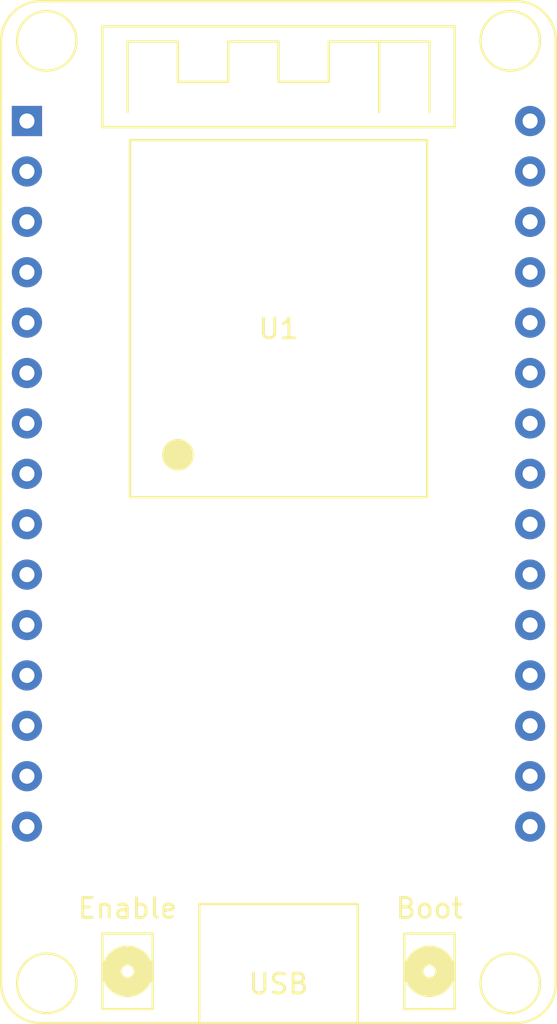
<source format=kicad_pcb>
(kicad_pcb (version 20211014) (generator pcbnew)
  (layers (0 "F.Cu" signal) (31 "B.Cu" signal) (34 "B.Paste" user) (35 "F.Paste" user) (36 "B.SilkS" user "B.Silkscreen") (37 "F.SilkS" user "F.Silkscreen") (38 "B.Mask" user) (39 "F.Mask" user) (44 "Edge.Cuts" user))
  (net 0 "")
  (footprint "ESP32_DevKit_V1_DOIT:esp32_devkit_v1_doit" (layer "F.Cu") (at 119.38 68.58)
    (fp_text reference "U1" (at 0 10.47) (layer "F.SilkS"))
    (fp_text value "ESP32_DevKit_V1_DOIT")
    (fp_text user "Enable" (at -7.62 39.68) (layer "F.SilkS"))
    (fp_text user "Boot" (at 7.62 39.68) (layer "F.SilkS"))
    (fp_text user "USB" (at 0 43.49) (layer "F.SilkS"))
    (fp_line (start 8.89 0.31) (end -8.89 0.31) (layer "F.SilkS") (width 0.12))
    (fp_line (start 6.35 44.76) (end 6.35 40.95) (layer "F.SilkS") (width 0.12))
    (fp_line (start -6.35 40.95) (end -6.35 44.76) (layer "F.SilkS") (width 0.12))
    (fp_line (start -12 45.46) (end 12 45.46) (layer "F.SilkS") (width 0.12))
    (fp_line (start -2.54 -4.008) (end 0 -4.008) (layer "F.SilkS") (width 0.12))
    (fp_line (start 14 43.46) (end 14 -4.04) (layer "F.SilkS") (width 0.12))
    (fp_line (start -7.62 -4.008) (end -5.08 -4.008) (layer "F.SilkS") (width 0.12))
    (fp_line (start -8.89 -4.77) (end 8.89 -4.77) (layer "F.SilkS") (width 0.12))
    (fp_line (start 2.54 -4.008) (end 7.62 -4.008) (layer "F.SilkS") (width 0.12))
    (fp_line (start -7.5 0.96) (end 7.5 0.96) (layer "F.SilkS") (width 0.12))
    (fp_line (start 2.54 -1.976) (end 2.54 -4.008) (layer "F.SilkS") (width 0.12))
    (fp_line (start 0 -1.976) (end 2.54 -1.976) (layer "F.SilkS") (width 0.12))
    (fp_line (start -14 -4.04) (end -14 43.46) (layer "F.SilkS") (width 0.12))
    (fp_line (start 8.89 40.95) (end 8.89 44.76) (layer "F.SilkS") (width 0.12))
    (fp_line (start -8.89 44.76) (end -8.89 40.95) (layer "F.SilkS") (width 0.12))
    (fp_line (start -5.08 -4.008) (end -5.08 -1.976) (layer "F.SilkS") (width 0.12))
    (fp_line (start 7.5 0.96) (end 7.5 18.96) (layer "F.SilkS") (width 0.12))
    (fp_line (start -4 39.46) (end -4 45.46) (layer "F.SilkS") (width 0.12))
    (fp_line (start 5.08 -4.008) (end 5.08 -0.452) (layer "F.SilkS") (width 0.12))
    (fp_line (start -4 39.46) (end 4 39.46) (layer "F.SilkS") (width 0.12))
    (fp_line (start 8.89 44.76) (end 6.35 44.76) (layer "F.SilkS") (width 0.12))
    (fp_line (start -2.54 -1.976) (end -2.54 -4.008) (layer "F.SilkS") (width 0.12))
    (fp_line (start 6.35 40.95) (end 8.89 40.95) (layer "F.SilkS") (width 0.12))
    (fp_line (start 7.62 -4.008) (end 7.62 -0.452) (layer "F.SilkS") (width 0.12))
    (fp_line (start -8.89 40.95) (end -6.35 40.95) (layer "F.SilkS") (width 0.12))
    (fp_line (start 8.89 -4.77) (end 8.89 0.31) (layer "F.SilkS") (width 0.12))
    (fp_line (start 4 39.46) (end 4 45.46) (layer "F.SilkS") (width 0.12))
    (fp_line (start -5.08 -1.976) (end -2.54 -1.976) (layer "F.SilkS") (width 0.12))
    (fp_line (start 7.5 18.96) (end -7.5 18.96) (layer "F.SilkS") (width 0.12))
    (fp_line (start -8.89 0.31) (end -8.89 -4.77) (layer "F.SilkS") (width 0.12))
    (fp_line (start -7.5 18.96) (end -7.5 0.96) (layer "F.SilkS") (width 0.12))
    (fp_line (start 0 -4.008) (end 0 -1.976) (layer "F.SilkS") (width 0.12))
    (fp_line (start -12 -6.04) (end 12 -6.04) (layer "F.SilkS") (width 0.12))
    (fp_line (start -7.62 -0.452) (end -7.62 -4.008) (layer "F.SilkS") (width 0.12))
    (fp_line (start -6.35 44.76) (end -8.89 44.76) (layer "F.SilkS") (width 0.12))
    (fp_arc (start 14 43.46) (mid 13.414214 44.874214) (end 12 45.46) (layer "F.SilkS") (width 0.12))
    (fp_arc (start 12 -6.04) (mid 13.414214 -5.454214) (end 14 -4.04) (layer "F.SilkS") (width 0.12))
    (fp_arc (start -12 45.46) (mid -13.414214 44.874214) (end -14 43.46) (layer "F.SilkS") (width 0.12))
    (fp_arc (start -14 -4.04) (mid -13.414214 -5.454214) (end -12 -6.04) (layer "F.SilkS") (width 0.12))
    (fp_circle (center 11.7 -4.04) (end 13.2 -4.04) (layer "F.SilkS") (width 0.12) (fill none))
    (fp_circle (center -11.7 43.46) (end -10.2 43.46) (layer "F.SilkS") (width 0.12) (fill none))
    (fp_circle (center -7.62 42.855) (end -7.32 42.855) (layer "F.SilkS") (width 1) (fill none))
    (fp_circle (center -11.7 -4.04) (end -10.2 -4.04) (layer "F.SilkS") (width 0.12) (fill none))
    (fp_circle (center -5.08 16.82) (end -4.68 16.82) (layer "F.SilkS") (width 0.8) (fill none))
    (fp_circle (center 7.62 42.855) (end 7.92 42.855) (layer "F.SilkS") (width 1) (fill none))
    (fp_circle (center 11.7 43.46) (end 13.2 43.46) (layer "F.SilkS") (width 0.12) (fill none))
    (pad "1" thru_hole rect locked (at -12.7 0) (size 1.524 1.524) (drill 0.762) (layers *.Cu *.Mask))
    (pad "2" thru_hole circle locked (at -12.7 2.54) (size 1.524 1.524) (drill 0.762) (layers *.Cu *.Mask))
    (pad "3" thru_hole circle locked (at -12.7 5.08) (size 1.524 1.524) (drill 0.762) (layers *.Cu *.Mask))
    (pad "4" thru_hole circle locked (at -12.7 7.62) (size 1.524 1.524) (drill 0.762) (layers *.Cu *.Mask))
    (pad "5" thru_hole circle locked (at -12.7 10.16) (size 1.524 1.524) (drill 0.762) (layers *.Cu *.Mask))
    (pad "6" thru_hole circle locked (at -12.7 12.7) (size 1.524 1.524) (drill 0.762) (layers *.Cu *.Mask))
    (pad "7" thru_hole circle locked (at -12.7 15.24) (size 1.524 1.524) (drill 0.762) (layers *.Cu *.Mask))
    (pad "8" thru_hole circle locked (at -12.7 17.78) (size 1.524 1.524) (drill 0.762) (layers *.Cu *.Mask))
    (pad "9" thru_hole circle locked (at -12.7 20.32) (size 1.524 1.524) (drill 0.762) (layers *.Cu *.Mask))
    (pad "10" thru_hole circle locked (at -12.7 22.86) (size 1.524 1.524) (drill 0.762) (layers *.Cu *.Mask))
    (pad "11" thru_hole circle locked (at -12.7 25.4) (size 1.524 1.524) (drill 0.762) (layers *.Cu *.Mask))
    (pad "12" thru_hole circle locked (at -12.7 27.94) (size 1.524 1.524) (drill 0.762) (layers *.Cu *.Mask))
    (pad "13" thru_hole circle locked (at -12.7 30.48) (size 1.524 1.524) (drill 0.762) (layers *.Cu *.Mask))
    (pad "14" thru_hole circle locked (at -12.7 33.02) (size 1.524 1.524) (drill 0.762) (layers *.Cu *.Mask))
    (pad "15" thru_hole circle locked (at -12.7 35.56) (size 1.524 1.524) (drill 0.762) (layers *.Cu *.Mask))
    (pad "16" thru_hole circle locked (at 12.7 35.56) (size 1.524 1.524) (drill 0.762) (layers *.Cu *.Mask))
    (pad "17" thru_hole circle locked (at 12.7 33.02) (size 1.524 1.524) (drill 0.762) (layers *.Cu *.Mask))
    (pad "18" thru_hole circle locked (at 12.7 30.48) (size 1.524 1.524) (drill 0.762) (layers *.Cu *.Mask))
    (pad "19" thru_hole circle locked (at 12.7 27.94) (size 1.524 1.524) (drill 0.762) (layers *.Cu *.Mask))
    (pad "20" thru_hole circle locked (at 12.7 25.4) (size 1.524 1.524) (drill 0.762) (layers *.Cu *.Mask))
    (pad "21" thru_hole circle locked (at 12.7 22.86) (size 1.524 1.524) (drill 0.762) (layers *.Cu *.Mask))
    (pad "22" thru_hole circle locked (at 12.7 20.32) (size 1.524 1.524) (drill 0.762) (layers *.Cu *.Mask))
    (pad "23" thru_hole circle locked (at 12.7 17.78) (size 1.524 1.524) (drill 0.762) (layers *.Cu *.Mask))
    (pad "24" thru_hole circle locked (at 12.7 15.24) (size 1.524 1.524) (drill 0.762) (layers *.Cu *.Mask))
    (pad "25" thru_hole circle locked (at 12.7 12.7) (size 1.524 1.524) (drill 0.762) (layers *.Cu *.Mask))
    (pad "26" thru_hole circle locked (at 12.7 10.16) (size 1.524 1.524) (drill 0.762) (layers *.Cu *.Mask))
    (pad "27" thru_hole circle locked (at 12.7 7.62) (size 1.524 1.524) (drill 0.762) (layers *.Cu *.Mask))
    (pad "28" thru_hole circle locked (at 12.7 5.08) (size 1.524 1.524) (drill 0.762) (layers *.Cu *.Mask))
    (pad "29" thru_hole circle locked (at 12.7 2.54) (size 1.524 1.524) (drill 0.762) (layers *.Cu *.Mask))
    (pad "30" thru_hole circle locked (at 12.7 0) (size 1.524 1.524) (drill 0.762) (layers *.Cu *.Mask))
  )
)
</source>
